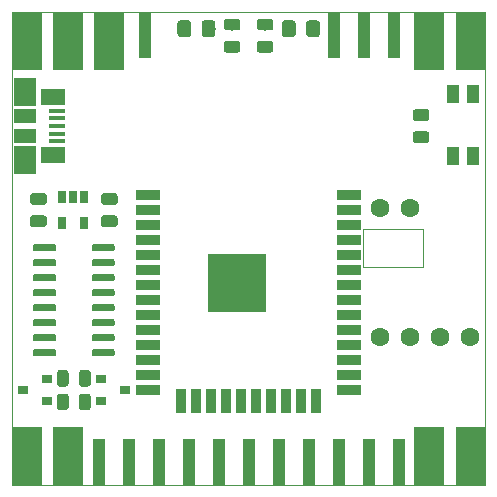
<source format=gbr>
G04 #@! TF.GenerationSoftware,KiCad,Pcbnew,(5.1.4)-1*
G04 #@! TF.CreationDate,2019-10-09T21:16:12+02:00*
G04 #@! TF.ProjectId,Front,46726f6e-742e-46b6-9963-61645f706362,rev?*
G04 #@! TF.SameCoordinates,Original*
G04 #@! TF.FileFunction,Soldermask,Top*
G04 #@! TF.FilePolarity,Negative*
%FSLAX46Y46*%
G04 Gerber Fmt 4.6, Leading zero omitted, Abs format (unit mm)*
G04 Created by KiCad (PCBNEW (5.1.4)-1) date 2019-10-09 21:16:12*
%MOMM*%
%LPD*%
G04 APERTURE LIST*
%ADD10C,0.100000*%
%ADD11R,1.380000X0.450000*%
%ADD12R,2.100000X1.475000*%
%ADD13R,1.900000X2.375000*%
%ADD14R,1.900000X1.175000*%
%ADD15R,2.000000X0.900000*%
%ADD16R,0.900000X2.000000*%
%ADD17R,5.000000X5.000000*%
%ADD18C,0.600000*%
%ADD19R,0.900000X0.800000*%
%ADD20R,0.650000X1.060000*%
%ADD21C,1.600000*%
%ADD22R,2.500000X5.000000*%
%ADD23R,1.000000X1.550000*%
%ADD24R,1.000000X4.000000*%
%ADD25C,1.150000*%
%ADD26C,0.975000*%
G04 APERTURE END LIST*
D10*
X225200000Y-121400000D02*
X230300000Y-121400000D01*
X225200000Y-124600000D02*
X225200000Y-121400000D01*
X230300000Y-124600000D02*
X225200000Y-124600000D01*
X230300000Y-121400000D02*
X230300000Y-124600000D01*
X195500000Y-143000000D02*
X195500000Y-103000000D01*
X235500000Y-143000000D02*
X195500000Y-143000000D01*
X235500000Y-103000000D02*
X235500000Y-143000000D01*
X195500000Y-103000000D02*
X235500000Y-103000000D01*
D11*
X199260000Y-111350000D03*
X199260000Y-112000000D03*
X199260000Y-112650000D03*
X199260000Y-113300000D03*
X199260000Y-113950000D03*
D12*
X198900000Y-110187500D03*
X198900000Y-115112500D03*
D13*
X196600000Y-109740000D03*
X196600000Y-115560000D03*
D14*
X196600000Y-111810000D03*
X196600000Y-113490000D03*
D15*
X224000000Y-118445000D03*
X224000000Y-119715000D03*
X224000000Y-120985000D03*
X224000000Y-122255000D03*
X224000000Y-123525000D03*
X224000000Y-124795000D03*
X224000000Y-126065000D03*
X224000000Y-127335000D03*
X224000000Y-128605000D03*
X224000000Y-129875000D03*
X224000000Y-131145000D03*
X224000000Y-132415000D03*
X224000000Y-133685000D03*
X224000000Y-134955000D03*
D16*
X221215000Y-135955000D03*
X219945000Y-135955000D03*
X218675000Y-135955000D03*
X217405000Y-135955000D03*
X216135000Y-135955000D03*
X214865000Y-135955000D03*
X213595000Y-135955000D03*
X212325000Y-135955000D03*
X211055000Y-135955000D03*
X209785000Y-135955000D03*
D15*
X207000000Y-134955000D03*
X207000000Y-133685000D03*
X207000000Y-132415000D03*
X207000000Y-131145000D03*
X207000000Y-129875000D03*
X207000000Y-128605000D03*
X207000000Y-127335000D03*
X207000000Y-126065000D03*
X207000000Y-124795000D03*
X207000000Y-123525000D03*
X207000000Y-122255000D03*
X207000000Y-120985000D03*
X207000000Y-119715000D03*
X207000000Y-118445000D03*
D17*
X214500000Y-125945000D03*
D10*
G36*
X199064703Y-122655722D02*
G01*
X199079264Y-122657882D01*
X199093543Y-122661459D01*
X199107403Y-122666418D01*
X199120710Y-122672712D01*
X199133336Y-122680280D01*
X199145159Y-122689048D01*
X199156066Y-122698934D01*
X199165952Y-122709841D01*
X199174720Y-122721664D01*
X199182288Y-122734290D01*
X199188582Y-122747597D01*
X199193541Y-122761457D01*
X199197118Y-122775736D01*
X199199278Y-122790297D01*
X199200000Y-122805000D01*
X199200000Y-123105000D01*
X199199278Y-123119703D01*
X199197118Y-123134264D01*
X199193541Y-123148543D01*
X199188582Y-123162403D01*
X199182288Y-123175710D01*
X199174720Y-123188336D01*
X199165952Y-123200159D01*
X199156066Y-123211066D01*
X199145159Y-123220952D01*
X199133336Y-123229720D01*
X199120710Y-123237288D01*
X199107403Y-123243582D01*
X199093543Y-123248541D01*
X199079264Y-123252118D01*
X199064703Y-123254278D01*
X199050000Y-123255000D01*
X197400000Y-123255000D01*
X197385297Y-123254278D01*
X197370736Y-123252118D01*
X197356457Y-123248541D01*
X197342597Y-123243582D01*
X197329290Y-123237288D01*
X197316664Y-123229720D01*
X197304841Y-123220952D01*
X197293934Y-123211066D01*
X197284048Y-123200159D01*
X197275280Y-123188336D01*
X197267712Y-123175710D01*
X197261418Y-123162403D01*
X197256459Y-123148543D01*
X197252882Y-123134264D01*
X197250722Y-123119703D01*
X197250000Y-123105000D01*
X197250000Y-122805000D01*
X197250722Y-122790297D01*
X197252882Y-122775736D01*
X197256459Y-122761457D01*
X197261418Y-122747597D01*
X197267712Y-122734290D01*
X197275280Y-122721664D01*
X197284048Y-122709841D01*
X197293934Y-122698934D01*
X197304841Y-122689048D01*
X197316664Y-122680280D01*
X197329290Y-122672712D01*
X197342597Y-122666418D01*
X197356457Y-122661459D01*
X197370736Y-122657882D01*
X197385297Y-122655722D01*
X197400000Y-122655000D01*
X199050000Y-122655000D01*
X199064703Y-122655722D01*
X199064703Y-122655722D01*
G37*
D18*
X198225000Y-122955000D03*
D10*
G36*
X199064703Y-123925722D02*
G01*
X199079264Y-123927882D01*
X199093543Y-123931459D01*
X199107403Y-123936418D01*
X199120710Y-123942712D01*
X199133336Y-123950280D01*
X199145159Y-123959048D01*
X199156066Y-123968934D01*
X199165952Y-123979841D01*
X199174720Y-123991664D01*
X199182288Y-124004290D01*
X199188582Y-124017597D01*
X199193541Y-124031457D01*
X199197118Y-124045736D01*
X199199278Y-124060297D01*
X199200000Y-124075000D01*
X199200000Y-124375000D01*
X199199278Y-124389703D01*
X199197118Y-124404264D01*
X199193541Y-124418543D01*
X199188582Y-124432403D01*
X199182288Y-124445710D01*
X199174720Y-124458336D01*
X199165952Y-124470159D01*
X199156066Y-124481066D01*
X199145159Y-124490952D01*
X199133336Y-124499720D01*
X199120710Y-124507288D01*
X199107403Y-124513582D01*
X199093543Y-124518541D01*
X199079264Y-124522118D01*
X199064703Y-124524278D01*
X199050000Y-124525000D01*
X197400000Y-124525000D01*
X197385297Y-124524278D01*
X197370736Y-124522118D01*
X197356457Y-124518541D01*
X197342597Y-124513582D01*
X197329290Y-124507288D01*
X197316664Y-124499720D01*
X197304841Y-124490952D01*
X197293934Y-124481066D01*
X197284048Y-124470159D01*
X197275280Y-124458336D01*
X197267712Y-124445710D01*
X197261418Y-124432403D01*
X197256459Y-124418543D01*
X197252882Y-124404264D01*
X197250722Y-124389703D01*
X197250000Y-124375000D01*
X197250000Y-124075000D01*
X197250722Y-124060297D01*
X197252882Y-124045736D01*
X197256459Y-124031457D01*
X197261418Y-124017597D01*
X197267712Y-124004290D01*
X197275280Y-123991664D01*
X197284048Y-123979841D01*
X197293934Y-123968934D01*
X197304841Y-123959048D01*
X197316664Y-123950280D01*
X197329290Y-123942712D01*
X197342597Y-123936418D01*
X197356457Y-123931459D01*
X197370736Y-123927882D01*
X197385297Y-123925722D01*
X197400000Y-123925000D01*
X199050000Y-123925000D01*
X199064703Y-123925722D01*
X199064703Y-123925722D01*
G37*
D18*
X198225000Y-124225000D03*
D10*
G36*
X199064703Y-125195722D02*
G01*
X199079264Y-125197882D01*
X199093543Y-125201459D01*
X199107403Y-125206418D01*
X199120710Y-125212712D01*
X199133336Y-125220280D01*
X199145159Y-125229048D01*
X199156066Y-125238934D01*
X199165952Y-125249841D01*
X199174720Y-125261664D01*
X199182288Y-125274290D01*
X199188582Y-125287597D01*
X199193541Y-125301457D01*
X199197118Y-125315736D01*
X199199278Y-125330297D01*
X199200000Y-125345000D01*
X199200000Y-125645000D01*
X199199278Y-125659703D01*
X199197118Y-125674264D01*
X199193541Y-125688543D01*
X199188582Y-125702403D01*
X199182288Y-125715710D01*
X199174720Y-125728336D01*
X199165952Y-125740159D01*
X199156066Y-125751066D01*
X199145159Y-125760952D01*
X199133336Y-125769720D01*
X199120710Y-125777288D01*
X199107403Y-125783582D01*
X199093543Y-125788541D01*
X199079264Y-125792118D01*
X199064703Y-125794278D01*
X199050000Y-125795000D01*
X197400000Y-125795000D01*
X197385297Y-125794278D01*
X197370736Y-125792118D01*
X197356457Y-125788541D01*
X197342597Y-125783582D01*
X197329290Y-125777288D01*
X197316664Y-125769720D01*
X197304841Y-125760952D01*
X197293934Y-125751066D01*
X197284048Y-125740159D01*
X197275280Y-125728336D01*
X197267712Y-125715710D01*
X197261418Y-125702403D01*
X197256459Y-125688543D01*
X197252882Y-125674264D01*
X197250722Y-125659703D01*
X197250000Y-125645000D01*
X197250000Y-125345000D01*
X197250722Y-125330297D01*
X197252882Y-125315736D01*
X197256459Y-125301457D01*
X197261418Y-125287597D01*
X197267712Y-125274290D01*
X197275280Y-125261664D01*
X197284048Y-125249841D01*
X197293934Y-125238934D01*
X197304841Y-125229048D01*
X197316664Y-125220280D01*
X197329290Y-125212712D01*
X197342597Y-125206418D01*
X197356457Y-125201459D01*
X197370736Y-125197882D01*
X197385297Y-125195722D01*
X197400000Y-125195000D01*
X199050000Y-125195000D01*
X199064703Y-125195722D01*
X199064703Y-125195722D01*
G37*
D18*
X198225000Y-125495000D03*
D10*
G36*
X199064703Y-126465722D02*
G01*
X199079264Y-126467882D01*
X199093543Y-126471459D01*
X199107403Y-126476418D01*
X199120710Y-126482712D01*
X199133336Y-126490280D01*
X199145159Y-126499048D01*
X199156066Y-126508934D01*
X199165952Y-126519841D01*
X199174720Y-126531664D01*
X199182288Y-126544290D01*
X199188582Y-126557597D01*
X199193541Y-126571457D01*
X199197118Y-126585736D01*
X199199278Y-126600297D01*
X199200000Y-126615000D01*
X199200000Y-126915000D01*
X199199278Y-126929703D01*
X199197118Y-126944264D01*
X199193541Y-126958543D01*
X199188582Y-126972403D01*
X199182288Y-126985710D01*
X199174720Y-126998336D01*
X199165952Y-127010159D01*
X199156066Y-127021066D01*
X199145159Y-127030952D01*
X199133336Y-127039720D01*
X199120710Y-127047288D01*
X199107403Y-127053582D01*
X199093543Y-127058541D01*
X199079264Y-127062118D01*
X199064703Y-127064278D01*
X199050000Y-127065000D01*
X197400000Y-127065000D01*
X197385297Y-127064278D01*
X197370736Y-127062118D01*
X197356457Y-127058541D01*
X197342597Y-127053582D01*
X197329290Y-127047288D01*
X197316664Y-127039720D01*
X197304841Y-127030952D01*
X197293934Y-127021066D01*
X197284048Y-127010159D01*
X197275280Y-126998336D01*
X197267712Y-126985710D01*
X197261418Y-126972403D01*
X197256459Y-126958543D01*
X197252882Y-126944264D01*
X197250722Y-126929703D01*
X197250000Y-126915000D01*
X197250000Y-126615000D01*
X197250722Y-126600297D01*
X197252882Y-126585736D01*
X197256459Y-126571457D01*
X197261418Y-126557597D01*
X197267712Y-126544290D01*
X197275280Y-126531664D01*
X197284048Y-126519841D01*
X197293934Y-126508934D01*
X197304841Y-126499048D01*
X197316664Y-126490280D01*
X197329290Y-126482712D01*
X197342597Y-126476418D01*
X197356457Y-126471459D01*
X197370736Y-126467882D01*
X197385297Y-126465722D01*
X197400000Y-126465000D01*
X199050000Y-126465000D01*
X199064703Y-126465722D01*
X199064703Y-126465722D01*
G37*
D18*
X198225000Y-126765000D03*
D10*
G36*
X199064703Y-127735722D02*
G01*
X199079264Y-127737882D01*
X199093543Y-127741459D01*
X199107403Y-127746418D01*
X199120710Y-127752712D01*
X199133336Y-127760280D01*
X199145159Y-127769048D01*
X199156066Y-127778934D01*
X199165952Y-127789841D01*
X199174720Y-127801664D01*
X199182288Y-127814290D01*
X199188582Y-127827597D01*
X199193541Y-127841457D01*
X199197118Y-127855736D01*
X199199278Y-127870297D01*
X199200000Y-127885000D01*
X199200000Y-128185000D01*
X199199278Y-128199703D01*
X199197118Y-128214264D01*
X199193541Y-128228543D01*
X199188582Y-128242403D01*
X199182288Y-128255710D01*
X199174720Y-128268336D01*
X199165952Y-128280159D01*
X199156066Y-128291066D01*
X199145159Y-128300952D01*
X199133336Y-128309720D01*
X199120710Y-128317288D01*
X199107403Y-128323582D01*
X199093543Y-128328541D01*
X199079264Y-128332118D01*
X199064703Y-128334278D01*
X199050000Y-128335000D01*
X197400000Y-128335000D01*
X197385297Y-128334278D01*
X197370736Y-128332118D01*
X197356457Y-128328541D01*
X197342597Y-128323582D01*
X197329290Y-128317288D01*
X197316664Y-128309720D01*
X197304841Y-128300952D01*
X197293934Y-128291066D01*
X197284048Y-128280159D01*
X197275280Y-128268336D01*
X197267712Y-128255710D01*
X197261418Y-128242403D01*
X197256459Y-128228543D01*
X197252882Y-128214264D01*
X197250722Y-128199703D01*
X197250000Y-128185000D01*
X197250000Y-127885000D01*
X197250722Y-127870297D01*
X197252882Y-127855736D01*
X197256459Y-127841457D01*
X197261418Y-127827597D01*
X197267712Y-127814290D01*
X197275280Y-127801664D01*
X197284048Y-127789841D01*
X197293934Y-127778934D01*
X197304841Y-127769048D01*
X197316664Y-127760280D01*
X197329290Y-127752712D01*
X197342597Y-127746418D01*
X197356457Y-127741459D01*
X197370736Y-127737882D01*
X197385297Y-127735722D01*
X197400000Y-127735000D01*
X199050000Y-127735000D01*
X199064703Y-127735722D01*
X199064703Y-127735722D01*
G37*
D18*
X198225000Y-128035000D03*
D10*
G36*
X199064703Y-129005722D02*
G01*
X199079264Y-129007882D01*
X199093543Y-129011459D01*
X199107403Y-129016418D01*
X199120710Y-129022712D01*
X199133336Y-129030280D01*
X199145159Y-129039048D01*
X199156066Y-129048934D01*
X199165952Y-129059841D01*
X199174720Y-129071664D01*
X199182288Y-129084290D01*
X199188582Y-129097597D01*
X199193541Y-129111457D01*
X199197118Y-129125736D01*
X199199278Y-129140297D01*
X199200000Y-129155000D01*
X199200000Y-129455000D01*
X199199278Y-129469703D01*
X199197118Y-129484264D01*
X199193541Y-129498543D01*
X199188582Y-129512403D01*
X199182288Y-129525710D01*
X199174720Y-129538336D01*
X199165952Y-129550159D01*
X199156066Y-129561066D01*
X199145159Y-129570952D01*
X199133336Y-129579720D01*
X199120710Y-129587288D01*
X199107403Y-129593582D01*
X199093543Y-129598541D01*
X199079264Y-129602118D01*
X199064703Y-129604278D01*
X199050000Y-129605000D01*
X197400000Y-129605000D01*
X197385297Y-129604278D01*
X197370736Y-129602118D01*
X197356457Y-129598541D01*
X197342597Y-129593582D01*
X197329290Y-129587288D01*
X197316664Y-129579720D01*
X197304841Y-129570952D01*
X197293934Y-129561066D01*
X197284048Y-129550159D01*
X197275280Y-129538336D01*
X197267712Y-129525710D01*
X197261418Y-129512403D01*
X197256459Y-129498543D01*
X197252882Y-129484264D01*
X197250722Y-129469703D01*
X197250000Y-129455000D01*
X197250000Y-129155000D01*
X197250722Y-129140297D01*
X197252882Y-129125736D01*
X197256459Y-129111457D01*
X197261418Y-129097597D01*
X197267712Y-129084290D01*
X197275280Y-129071664D01*
X197284048Y-129059841D01*
X197293934Y-129048934D01*
X197304841Y-129039048D01*
X197316664Y-129030280D01*
X197329290Y-129022712D01*
X197342597Y-129016418D01*
X197356457Y-129011459D01*
X197370736Y-129007882D01*
X197385297Y-129005722D01*
X197400000Y-129005000D01*
X199050000Y-129005000D01*
X199064703Y-129005722D01*
X199064703Y-129005722D01*
G37*
D18*
X198225000Y-129305000D03*
D10*
G36*
X199064703Y-130275722D02*
G01*
X199079264Y-130277882D01*
X199093543Y-130281459D01*
X199107403Y-130286418D01*
X199120710Y-130292712D01*
X199133336Y-130300280D01*
X199145159Y-130309048D01*
X199156066Y-130318934D01*
X199165952Y-130329841D01*
X199174720Y-130341664D01*
X199182288Y-130354290D01*
X199188582Y-130367597D01*
X199193541Y-130381457D01*
X199197118Y-130395736D01*
X199199278Y-130410297D01*
X199200000Y-130425000D01*
X199200000Y-130725000D01*
X199199278Y-130739703D01*
X199197118Y-130754264D01*
X199193541Y-130768543D01*
X199188582Y-130782403D01*
X199182288Y-130795710D01*
X199174720Y-130808336D01*
X199165952Y-130820159D01*
X199156066Y-130831066D01*
X199145159Y-130840952D01*
X199133336Y-130849720D01*
X199120710Y-130857288D01*
X199107403Y-130863582D01*
X199093543Y-130868541D01*
X199079264Y-130872118D01*
X199064703Y-130874278D01*
X199050000Y-130875000D01*
X197400000Y-130875000D01*
X197385297Y-130874278D01*
X197370736Y-130872118D01*
X197356457Y-130868541D01*
X197342597Y-130863582D01*
X197329290Y-130857288D01*
X197316664Y-130849720D01*
X197304841Y-130840952D01*
X197293934Y-130831066D01*
X197284048Y-130820159D01*
X197275280Y-130808336D01*
X197267712Y-130795710D01*
X197261418Y-130782403D01*
X197256459Y-130768543D01*
X197252882Y-130754264D01*
X197250722Y-130739703D01*
X197250000Y-130725000D01*
X197250000Y-130425000D01*
X197250722Y-130410297D01*
X197252882Y-130395736D01*
X197256459Y-130381457D01*
X197261418Y-130367597D01*
X197267712Y-130354290D01*
X197275280Y-130341664D01*
X197284048Y-130329841D01*
X197293934Y-130318934D01*
X197304841Y-130309048D01*
X197316664Y-130300280D01*
X197329290Y-130292712D01*
X197342597Y-130286418D01*
X197356457Y-130281459D01*
X197370736Y-130277882D01*
X197385297Y-130275722D01*
X197400000Y-130275000D01*
X199050000Y-130275000D01*
X199064703Y-130275722D01*
X199064703Y-130275722D01*
G37*
D18*
X198225000Y-130575000D03*
D10*
G36*
X199064703Y-131545722D02*
G01*
X199079264Y-131547882D01*
X199093543Y-131551459D01*
X199107403Y-131556418D01*
X199120710Y-131562712D01*
X199133336Y-131570280D01*
X199145159Y-131579048D01*
X199156066Y-131588934D01*
X199165952Y-131599841D01*
X199174720Y-131611664D01*
X199182288Y-131624290D01*
X199188582Y-131637597D01*
X199193541Y-131651457D01*
X199197118Y-131665736D01*
X199199278Y-131680297D01*
X199200000Y-131695000D01*
X199200000Y-131995000D01*
X199199278Y-132009703D01*
X199197118Y-132024264D01*
X199193541Y-132038543D01*
X199188582Y-132052403D01*
X199182288Y-132065710D01*
X199174720Y-132078336D01*
X199165952Y-132090159D01*
X199156066Y-132101066D01*
X199145159Y-132110952D01*
X199133336Y-132119720D01*
X199120710Y-132127288D01*
X199107403Y-132133582D01*
X199093543Y-132138541D01*
X199079264Y-132142118D01*
X199064703Y-132144278D01*
X199050000Y-132145000D01*
X197400000Y-132145000D01*
X197385297Y-132144278D01*
X197370736Y-132142118D01*
X197356457Y-132138541D01*
X197342597Y-132133582D01*
X197329290Y-132127288D01*
X197316664Y-132119720D01*
X197304841Y-132110952D01*
X197293934Y-132101066D01*
X197284048Y-132090159D01*
X197275280Y-132078336D01*
X197267712Y-132065710D01*
X197261418Y-132052403D01*
X197256459Y-132038543D01*
X197252882Y-132024264D01*
X197250722Y-132009703D01*
X197250000Y-131995000D01*
X197250000Y-131695000D01*
X197250722Y-131680297D01*
X197252882Y-131665736D01*
X197256459Y-131651457D01*
X197261418Y-131637597D01*
X197267712Y-131624290D01*
X197275280Y-131611664D01*
X197284048Y-131599841D01*
X197293934Y-131588934D01*
X197304841Y-131579048D01*
X197316664Y-131570280D01*
X197329290Y-131562712D01*
X197342597Y-131556418D01*
X197356457Y-131551459D01*
X197370736Y-131547882D01*
X197385297Y-131545722D01*
X197400000Y-131545000D01*
X199050000Y-131545000D01*
X199064703Y-131545722D01*
X199064703Y-131545722D01*
G37*
D18*
X198225000Y-131845000D03*
D10*
G36*
X204014703Y-131545722D02*
G01*
X204029264Y-131547882D01*
X204043543Y-131551459D01*
X204057403Y-131556418D01*
X204070710Y-131562712D01*
X204083336Y-131570280D01*
X204095159Y-131579048D01*
X204106066Y-131588934D01*
X204115952Y-131599841D01*
X204124720Y-131611664D01*
X204132288Y-131624290D01*
X204138582Y-131637597D01*
X204143541Y-131651457D01*
X204147118Y-131665736D01*
X204149278Y-131680297D01*
X204150000Y-131695000D01*
X204150000Y-131995000D01*
X204149278Y-132009703D01*
X204147118Y-132024264D01*
X204143541Y-132038543D01*
X204138582Y-132052403D01*
X204132288Y-132065710D01*
X204124720Y-132078336D01*
X204115952Y-132090159D01*
X204106066Y-132101066D01*
X204095159Y-132110952D01*
X204083336Y-132119720D01*
X204070710Y-132127288D01*
X204057403Y-132133582D01*
X204043543Y-132138541D01*
X204029264Y-132142118D01*
X204014703Y-132144278D01*
X204000000Y-132145000D01*
X202350000Y-132145000D01*
X202335297Y-132144278D01*
X202320736Y-132142118D01*
X202306457Y-132138541D01*
X202292597Y-132133582D01*
X202279290Y-132127288D01*
X202266664Y-132119720D01*
X202254841Y-132110952D01*
X202243934Y-132101066D01*
X202234048Y-132090159D01*
X202225280Y-132078336D01*
X202217712Y-132065710D01*
X202211418Y-132052403D01*
X202206459Y-132038543D01*
X202202882Y-132024264D01*
X202200722Y-132009703D01*
X202200000Y-131995000D01*
X202200000Y-131695000D01*
X202200722Y-131680297D01*
X202202882Y-131665736D01*
X202206459Y-131651457D01*
X202211418Y-131637597D01*
X202217712Y-131624290D01*
X202225280Y-131611664D01*
X202234048Y-131599841D01*
X202243934Y-131588934D01*
X202254841Y-131579048D01*
X202266664Y-131570280D01*
X202279290Y-131562712D01*
X202292597Y-131556418D01*
X202306457Y-131551459D01*
X202320736Y-131547882D01*
X202335297Y-131545722D01*
X202350000Y-131545000D01*
X204000000Y-131545000D01*
X204014703Y-131545722D01*
X204014703Y-131545722D01*
G37*
D18*
X203175000Y-131845000D03*
D10*
G36*
X204014703Y-130275722D02*
G01*
X204029264Y-130277882D01*
X204043543Y-130281459D01*
X204057403Y-130286418D01*
X204070710Y-130292712D01*
X204083336Y-130300280D01*
X204095159Y-130309048D01*
X204106066Y-130318934D01*
X204115952Y-130329841D01*
X204124720Y-130341664D01*
X204132288Y-130354290D01*
X204138582Y-130367597D01*
X204143541Y-130381457D01*
X204147118Y-130395736D01*
X204149278Y-130410297D01*
X204150000Y-130425000D01*
X204150000Y-130725000D01*
X204149278Y-130739703D01*
X204147118Y-130754264D01*
X204143541Y-130768543D01*
X204138582Y-130782403D01*
X204132288Y-130795710D01*
X204124720Y-130808336D01*
X204115952Y-130820159D01*
X204106066Y-130831066D01*
X204095159Y-130840952D01*
X204083336Y-130849720D01*
X204070710Y-130857288D01*
X204057403Y-130863582D01*
X204043543Y-130868541D01*
X204029264Y-130872118D01*
X204014703Y-130874278D01*
X204000000Y-130875000D01*
X202350000Y-130875000D01*
X202335297Y-130874278D01*
X202320736Y-130872118D01*
X202306457Y-130868541D01*
X202292597Y-130863582D01*
X202279290Y-130857288D01*
X202266664Y-130849720D01*
X202254841Y-130840952D01*
X202243934Y-130831066D01*
X202234048Y-130820159D01*
X202225280Y-130808336D01*
X202217712Y-130795710D01*
X202211418Y-130782403D01*
X202206459Y-130768543D01*
X202202882Y-130754264D01*
X202200722Y-130739703D01*
X202200000Y-130725000D01*
X202200000Y-130425000D01*
X202200722Y-130410297D01*
X202202882Y-130395736D01*
X202206459Y-130381457D01*
X202211418Y-130367597D01*
X202217712Y-130354290D01*
X202225280Y-130341664D01*
X202234048Y-130329841D01*
X202243934Y-130318934D01*
X202254841Y-130309048D01*
X202266664Y-130300280D01*
X202279290Y-130292712D01*
X202292597Y-130286418D01*
X202306457Y-130281459D01*
X202320736Y-130277882D01*
X202335297Y-130275722D01*
X202350000Y-130275000D01*
X204000000Y-130275000D01*
X204014703Y-130275722D01*
X204014703Y-130275722D01*
G37*
D18*
X203175000Y-130575000D03*
D10*
G36*
X204014703Y-129005722D02*
G01*
X204029264Y-129007882D01*
X204043543Y-129011459D01*
X204057403Y-129016418D01*
X204070710Y-129022712D01*
X204083336Y-129030280D01*
X204095159Y-129039048D01*
X204106066Y-129048934D01*
X204115952Y-129059841D01*
X204124720Y-129071664D01*
X204132288Y-129084290D01*
X204138582Y-129097597D01*
X204143541Y-129111457D01*
X204147118Y-129125736D01*
X204149278Y-129140297D01*
X204150000Y-129155000D01*
X204150000Y-129455000D01*
X204149278Y-129469703D01*
X204147118Y-129484264D01*
X204143541Y-129498543D01*
X204138582Y-129512403D01*
X204132288Y-129525710D01*
X204124720Y-129538336D01*
X204115952Y-129550159D01*
X204106066Y-129561066D01*
X204095159Y-129570952D01*
X204083336Y-129579720D01*
X204070710Y-129587288D01*
X204057403Y-129593582D01*
X204043543Y-129598541D01*
X204029264Y-129602118D01*
X204014703Y-129604278D01*
X204000000Y-129605000D01*
X202350000Y-129605000D01*
X202335297Y-129604278D01*
X202320736Y-129602118D01*
X202306457Y-129598541D01*
X202292597Y-129593582D01*
X202279290Y-129587288D01*
X202266664Y-129579720D01*
X202254841Y-129570952D01*
X202243934Y-129561066D01*
X202234048Y-129550159D01*
X202225280Y-129538336D01*
X202217712Y-129525710D01*
X202211418Y-129512403D01*
X202206459Y-129498543D01*
X202202882Y-129484264D01*
X202200722Y-129469703D01*
X202200000Y-129455000D01*
X202200000Y-129155000D01*
X202200722Y-129140297D01*
X202202882Y-129125736D01*
X202206459Y-129111457D01*
X202211418Y-129097597D01*
X202217712Y-129084290D01*
X202225280Y-129071664D01*
X202234048Y-129059841D01*
X202243934Y-129048934D01*
X202254841Y-129039048D01*
X202266664Y-129030280D01*
X202279290Y-129022712D01*
X202292597Y-129016418D01*
X202306457Y-129011459D01*
X202320736Y-129007882D01*
X202335297Y-129005722D01*
X202350000Y-129005000D01*
X204000000Y-129005000D01*
X204014703Y-129005722D01*
X204014703Y-129005722D01*
G37*
D18*
X203175000Y-129305000D03*
D10*
G36*
X204014703Y-127735722D02*
G01*
X204029264Y-127737882D01*
X204043543Y-127741459D01*
X204057403Y-127746418D01*
X204070710Y-127752712D01*
X204083336Y-127760280D01*
X204095159Y-127769048D01*
X204106066Y-127778934D01*
X204115952Y-127789841D01*
X204124720Y-127801664D01*
X204132288Y-127814290D01*
X204138582Y-127827597D01*
X204143541Y-127841457D01*
X204147118Y-127855736D01*
X204149278Y-127870297D01*
X204150000Y-127885000D01*
X204150000Y-128185000D01*
X204149278Y-128199703D01*
X204147118Y-128214264D01*
X204143541Y-128228543D01*
X204138582Y-128242403D01*
X204132288Y-128255710D01*
X204124720Y-128268336D01*
X204115952Y-128280159D01*
X204106066Y-128291066D01*
X204095159Y-128300952D01*
X204083336Y-128309720D01*
X204070710Y-128317288D01*
X204057403Y-128323582D01*
X204043543Y-128328541D01*
X204029264Y-128332118D01*
X204014703Y-128334278D01*
X204000000Y-128335000D01*
X202350000Y-128335000D01*
X202335297Y-128334278D01*
X202320736Y-128332118D01*
X202306457Y-128328541D01*
X202292597Y-128323582D01*
X202279290Y-128317288D01*
X202266664Y-128309720D01*
X202254841Y-128300952D01*
X202243934Y-128291066D01*
X202234048Y-128280159D01*
X202225280Y-128268336D01*
X202217712Y-128255710D01*
X202211418Y-128242403D01*
X202206459Y-128228543D01*
X202202882Y-128214264D01*
X202200722Y-128199703D01*
X202200000Y-128185000D01*
X202200000Y-127885000D01*
X202200722Y-127870297D01*
X202202882Y-127855736D01*
X202206459Y-127841457D01*
X202211418Y-127827597D01*
X202217712Y-127814290D01*
X202225280Y-127801664D01*
X202234048Y-127789841D01*
X202243934Y-127778934D01*
X202254841Y-127769048D01*
X202266664Y-127760280D01*
X202279290Y-127752712D01*
X202292597Y-127746418D01*
X202306457Y-127741459D01*
X202320736Y-127737882D01*
X202335297Y-127735722D01*
X202350000Y-127735000D01*
X204000000Y-127735000D01*
X204014703Y-127735722D01*
X204014703Y-127735722D01*
G37*
D18*
X203175000Y-128035000D03*
D10*
G36*
X204014703Y-126465722D02*
G01*
X204029264Y-126467882D01*
X204043543Y-126471459D01*
X204057403Y-126476418D01*
X204070710Y-126482712D01*
X204083336Y-126490280D01*
X204095159Y-126499048D01*
X204106066Y-126508934D01*
X204115952Y-126519841D01*
X204124720Y-126531664D01*
X204132288Y-126544290D01*
X204138582Y-126557597D01*
X204143541Y-126571457D01*
X204147118Y-126585736D01*
X204149278Y-126600297D01*
X204150000Y-126615000D01*
X204150000Y-126915000D01*
X204149278Y-126929703D01*
X204147118Y-126944264D01*
X204143541Y-126958543D01*
X204138582Y-126972403D01*
X204132288Y-126985710D01*
X204124720Y-126998336D01*
X204115952Y-127010159D01*
X204106066Y-127021066D01*
X204095159Y-127030952D01*
X204083336Y-127039720D01*
X204070710Y-127047288D01*
X204057403Y-127053582D01*
X204043543Y-127058541D01*
X204029264Y-127062118D01*
X204014703Y-127064278D01*
X204000000Y-127065000D01*
X202350000Y-127065000D01*
X202335297Y-127064278D01*
X202320736Y-127062118D01*
X202306457Y-127058541D01*
X202292597Y-127053582D01*
X202279290Y-127047288D01*
X202266664Y-127039720D01*
X202254841Y-127030952D01*
X202243934Y-127021066D01*
X202234048Y-127010159D01*
X202225280Y-126998336D01*
X202217712Y-126985710D01*
X202211418Y-126972403D01*
X202206459Y-126958543D01*
X202202882Y-126944264D01*
X202200722Y-126929703D01*
X202200000Y-126915000D01*
X202200000Y-126615000D01*
X202200722Y-126600297D01*
X202202882Y-126585736D01*
X202206459Y-126571457D01*
X202211418Y-126557597D01*
X202217712Y-126544290D01*
X202225280Y-126531664D01*
X202234048Y-126519841D01*
X202243934Y-126508934D01*
X202254841Y-126499048D01*
X202266664Y-126490280D01*
X202279290Y-126482712D01*
X202292597Y-126476418D01*
X202306457Y-126471459D01*
X202320736Y-126467882D01*
X202335297Y-126465722D01*
X202350000Y-126465000D01*
X204000000Y-126465000D01*
X204014703Y-126465722D01*
X204014703Y-126465722D01*
G37*
D18*
X203175000Y-126765000D03*
D10*
G36*
X204014703Y-125195722D02*
G01*
X204029264Y-125197882D01*
X204043543Y-125201459D01*
X204057403Y-125206418D01*
X204070710Y-125212712D01*
X204083336Y-125220280D01*
X204095159Y-125229048D01*
X204106066Y-125238934D01*
X204115952Y-125249841D01*
X204124720Y-125261664D01*
X204132288Y-125274290D01*
X204138582Y-125287597D01*
X204143541Y-125301457D01*
X204147118Y-125315736D01*
X204149278Y-125330297D01*
X204150000Y-125345000D01*
X204150000Y-125645000D01*
X204149278Y-125659703D01*
X204147118Y-125674264D01*
X204143541Y-125688543D01*
X204138582Y-125702403D01*
X204132288Y-125715710D01*
X204124720Y-125728336D01*
X204115952Y-125740159D01*
X204106066Y-125751066D01*
X204095159Y-125760952D01*
X204083336Y-125769720D01*
X204070710Y-125777288D01*
X204057403Y-125783582D01*
X204043543Y-125788541D01*
X204029264Y-125792118D01*
X204014703Y-125794278D01*
X204000000Y-125795000D01*
X202350000Y-125795000D01*
X202335297Y-125794278D01*
X202320736Y-125792118D01*
X202306457Y-125788541D01*
X202292597Y-125783582D01*
X202279290Y-125777288D01*
X202266664Y-125769720D01*
X202254841Y-125760952D01*
X202243934Y-125751066D01*
X202234048Y-125740159D01*
X202225280Y-125728336D01*
X202217712Y-125715710D01*
X202211418Y-125702403D01*
X202206459Y-125688543D01*
X202202882Y-125674264D01*
X202200722Y-125659703D01*
X202200000Y-125645000D01*
X202200000Y-125345000D01*
X202200722Y-125330297D01*
X202202882Y-125315736D01*
X202206459Y-125301457D01*
X202211418Y-125287597D01*
X202217712Y-125274290D01*
X202225280Y-125261664D01*
X202234048Y-125249841D01*
X202243934Y-125238934D01*
X202254841Y-125229048D01*
X202266664Y-125220280D01*
X202279290Y-125212712D01*
X202292597Y-125206418D01*
X202306457Y-125201459D01*
X202320736Y-125197882D01*
X202335297Y-125195722D01*
X202350000Y-125195000D01*
X204000000Y-125195000D01*
X204014703Y-125195722D01*
X204014703Y-125195722D01*
G37*
D18*
X203175000Y-125495000D03*
D10*
G36*
X204014703Y-123925722D02*
G01*
X204029264Y-123927882D01*
X204043543Y-123931459D01*
X204057403Y-123936418D01*
X204070710Y-123942712D01*
X204083336Y-123950280D01*
X204095159Y-123959048D01*
X204106066Y-123968934D01*
X204115952Y-123979841D01*
X204124720Y-123991664D01*
X204132288Y-124004290D01*
X204138582Y-124017597D01*
X204143541Y-124031457D01*
X204147118Y-124045736D01*
X204149278Y-124060297D01*
X204150000Y-124075000D01*
X204150000Y-124375000D01*
X204149278Y-124389703D01*
X204147118Y-124404264D01*
X204143541Y-124418543D01*
X204138582Y-124432403D01*
X204132288Y-124445710D01*
X204124720Y-124458336D01*
X204115952Y-124470159D01*
X204106066Y-124481066D01*
X204095159Y-124490952D01*
X204083336Y-124499720D01*
X204070710Y-124507288D01*
X204057403Y-124513582D01*
X204043543Y-124518541D01*
X204029264Y-124522118D01*
X204014703Y-124524278D01*
X204000000Y-124525000D01*
X202350000Y-124525000D01*
X202335297Y-124524278D01*
X202320736Y-124522118D01*
X202306457Y-124518541D01*
X202292597Y-124513582D01*
X202279290Y-124507288D01*
X202266664Y-124499720D01*
X202254841Y-124490952D01*
X202243934Y-124481066D01*
X202234048Y-124470159D01*
X202225280Y-124458336D01*
X202217712Y-124445710D01*
X202211418Y-124432403D01*
X202206459Y-124418543D01*
X202202882Y-124404264D01*
X202200722Y-124389703D01*
X202200000Y-124375000D01*
X202200000Y-124075000D01*
X202200722Y-124060297D01*
X202202882Y-124045736D01*
X202206459Y-124031457D01*
X202211418Y-124017597D01*
X202217712Y-124004290D01*
X202225280Y-123991664D01*
X202234048Y-123979841D01*
X202243934Y-123968934D01*
X202254841Y-123959048D01*
X202266664Y-123950280D01*
X202279290Y-123942712D01*
X202292597Y-123936418D01*
X202306457Y-123931459D01*
X202320736Y-123927882D01*
X202335297Y-123925722D01*
X202350000Y-123925000D01*
X204000000Y-123925000D01*
X204014703Y-123925722D01*
X204014703Y-123925722D01*
G37*
D18*
X203175000Y-124225000D03*
D10*
G36*
X204014703Y-122655722D02*
G01*
X204029264Y-122657882D01*
X204043543Y-122661459D01*
X204057403Y-122666418D01*
X204070710Y-122672712D01*
X204083336Y-122680280D01*
X204095159Y-122689048D01*
X204106066Y-122698934D01*
X204115952Y-122709841D01*
X204124720Y-122721664D01*
X204132288Y-122734290D01*
X204138582Y-122747597D01*
X204143541Y-122761457D01*
X204147118Y-122775736D01*
X204149278Y-122790297D01*
X204150000Y-122805000D01*
X204150000Y-123105000D01*
X204149278Y-123119703D01*
X204147118Y-123134264D01*
X204143541Y-123148543D01*
X204138582Y-123162403D01*
X204132288Y-123175710D01*
X204124720Y-123188336D01*
X204115952Y-123200159D01*
X204106066Y-123211066D01*
X204095159Y-123220952D01*
X204083336Y-123229720D01*
X204070710Y-123237288D01*
X204057403Y-123243582D01*
X204043543Y-123248541D01*
X204029264Y-123252118D01*
X204014703Y-123254278D01*
X204000000Y-123255000D01*
X202350000Y-123255000D01*
X202335297Y-123254278D01*
X202320736Y-123252118D01*
X202306457Y-123248541D01*
X202292597Y-123243582D01*
X202279290Y-123237288D01*
X202266664Y-123229720D01*
X202254841Y-123220952D01*
X202243934Y-123211066D01*
X202234048Y-123200159D01*
X202225280Y-123188336D01*
X202217712Y-123175710D01*
X202211418Y-123162403D01*
X202206459Y-123148543D01*
X202202882Y-123134264D01*
X202200722Y-123119703D01*
X202200000Y-123105000D01*
X202200000Y-122805000D01*
X202200722Y-122790297D01*
X202202882Y-122775736D01*
X202206459Y-122761457D01*
X202211418Y-122747597D01*
X202217712Y-122734290D01*
X202225280Y-122721664D01*
X202234048Y-122709841D01*
X202243934Y-122698934D01*
X202254841Y-122689048D01*
X202266664Y-122680280D01*
X202279290Y-122672712D01*
X202292597Y-122666418D01*
X202306457Y-122661459D01*
X202320736Y-122657882D01*
X202335297Y-122655722D01*
X202350000Y-122655000D01*
X204000000Y-122655000D01*
X204014703Y-122655722D01*
X204014703Y-122655722D01*
G37*
D18*
X203175000Y-122955000D03*
D19*
X205000000Y-134980000D03*
X203000000Y-135930000D03*
X203000000Y-134030000D03*
X196410000Y-134990000D03*
X198410000Y-134040000D03*
X198410000Y-135940000D03*
D20*
X201590000Y-118660000D03*
X200640000Y-118660000D03*
X199690000Y-118660000D03*
X199690000Y-120860000D03*
X201590000Y-120860000D03*
D21*
X234220000Y-130470000D03*
X231680000Y-130470000D03*
X229140000Y-130470000D03*
X226600000Y-130470000D03*
X226600000Y-119570000D03*
X229140000Y-119570000D03*
D22*
X230800000Y-105450000D03*
D23*
X234500000Y-115215000D03*
X234500000Y-109965000D03*
X232800000Y-109965000D03*
X232800000Y-115215000D03*
D22*
X230800000Y-140550000D03*
X234300000Y-140550000D03*
X234300000Y-105450000D03*
X200200000Y-140550000D03*
X196700000Y-105450000D03*
X196700000Y-140550000D03*
X200200000Y-105450000D03*
D24*
X222720000Y-104950000D03*
X225260000Y-104950000D03*
X227800000Y-104950000D03*
X228190000Y-141050000D03*
X202790000Y-141050000D03*
X206700000Y-104950000D03*
X223110000Y-141050000D03*
X220570000Y-141050000D03*
X218030000Y-141050000D03*
X215490000Y-141050000D03*
X212950000Y-141050000D03*
X210410000Y-141050000D03*
X207870000Y-141050000D03*
X205330000Y-141050000D03*
X225650000Y-141050000D03*
D22*
X203700000Y-105450000D03*
D10*
G36*
X212449505Y-103701204D02*
G01*
X212473773Y-103704804D01*
X212497572Y-103710765D01*
X212520671Y-103719030D01*
X212542850Y-103729520D01*
X212563893Y-103742132D01*
X212583599Y-103756747D01*
X212601777Y-103773223D01*
X212618253Y-103791401D01*
X212632868Y-103811107D01*
X212645480Y-103832150D01*
X212655970Y-103854329D01*
X212664235Y-103877428D01*
X212670196Y-103901227D01*
X212673796Y-103925495D01*
X212675000Y-103949999D01*
X212675000Y-104850001D01*
X212673796Y-104874505D01*
X212670196Y-104898773D01*
X212664235Y-104922572D01*
X212655970Y-104945671D01*
X212645480Y-104967850D01*
X212632868Y-104988893D01*
X212618253Y-105008599D01*
X212601777Y-105026777D01*
X212583599Y-105043253D01*
X212563893Y-105057868D01*
X212542850Y-105070480D01*
X212520671Y-105080970D01*
X212497572Y-105089235D01*
X212473773Y-105095196D01*
X212449505Y-105098796D01*
X212425001Y-105100000D01*
X211774999Y-105100000D01*
X211750495Y-105098796D01*
X211726227Y-105095196D01*
X211702428Y-105089235D01*
X211679329Y-105080970D01*
X211657150Y-105070480D01*
X211636107Y-105057868D01*
X211616401Y-105043253D01*
X211598223Y-105026777D01*
X211581747Y-105008599D01*
X211567132Y-104988893D01*
X211554520Y-104967850D01*
X211544030Y-104945671D01*
X211535765Y-104922572D01*
X211529804Y-104898773D01*
X211526204Y-104874505D01*
X211525000Y-104850001D01*
X211525000Y-103949999D01*
X211526204Y-103925495D01*
X211529804Y-103901227D01*
X211535765Y-103877428D01*
X211544030Y-103854329D01*
X211554520Y-103832150D01*
X211567132Y-103811107D01*
X211581747Y-103791401D01*
X211598223Y-103773223D01*
X211616401Y-103756747D01*
X211636107Y-103742132D01*
X211657150Y-103729520D01*
X211679329Y-103719030D01*
X211702428Y-103710765D01*
X211726227Y-103704804D01*
X211750495Y-103701204D01*
X211774999Y-103700000D01*
X212425001Y-103700000D01*
X212449505Y-103701204D01*
X212449505Y-103701204D01*
G37*
D25*
X212100000Y-104400000D03*
D10*
G36*
X210399505Y-103701204D02*
G01*
X210423773Y-103704804D01*
X210447572Y-103710765D01*
X210470671Y-103719030D01*
X210492850Y-103729520D01*
X210513893Y-103742132D01*
X210533599Y-103756747D01*
X210551777Y-103773223D01*
X210568253Y-103791401D01*
X210582868Y-103811107D01*
X210595480Y-103832150D01*
X210605970Y-103854329D01*
X210614235Y-103877428D01*
X210620196Y-103901227D01*
X210623796Y-103925495D01*
X210625000Y-103949999D01*
X210625000Y-104850001D01*
X210623796Y-104874505D01*
X210620196Y-104898773D01*
X210614235Y-104922572D01*
X210605970Y-104945671D01*
X210595480Y-104967850D01*
X210582868Y-104988893D01*
X210568253Y-105008599D01*
X210551777Y-105026777D01*
X210533599Y-105043253D01*
X210513893Y-105057868D01*
X210492850Y-105070480D01*
X210470671Y-105080970D01*
X210447572Y-105089235D01*
X210423773Y-105095196D01*
X210399505Y-105098796D01*
X210375001Y-105100000D01*
X209724999Y-105100000D01*
X209700495Y-105098796D01*
X209676227Y-105095196D01*
X209652428Y-105089235D01*
X209629329Y-105080970D01*
X209607150Y-105070480D01*
X209586107Y-105057868D01*
X209566401Y-105043253D01*
X209548223Y-105026777D01*
X209531747Y-105008599D01*
X209517132Y-104988893D01*
X209504520Y-104967850D01*
X209494030Y-104945671D01*
X209485765Y-104922572D01*
X209479804Y-104898773D01*
X209476204Y-104874505D01*
X209475000Y-104850001D01*
X209475000Y-103949999D01*
X209476204Y-103925495D01*
X209479804Y-103901227D01*
X209485765Y-103877428D01*
X209494030Y-103854329D01*
X209504520Y-103832150D01*
X209517132Y-103811107D01*
X209531747Y-103791401D01*
X209548223Y-103773223D01*
X209566401Y-103756747D01*
X209586107Y-103742132D01*
X209607150Y-103729520D01*
X209629329Y-103719030D01*
X209652428Y-103710765D01*
X209676227Y-103704804D01*
X209700495Y-103701204D01*
X209724999Y-103700000D01*
X210375001Y-103700000D01*
X210399505Y-103701204D01*
X210399505Y-103701204D01*
G37*
D25*
X210050000Y-104400000D03*
D10*
G36*
X219249505Y-103701204D02*
G01*
X219273773Y-103704804D01*
X219297572Y-103710765D01*
X219320671Y-103719030D01*
X219342850Y-103729520D01*
X219363893Y-103742132D01*
X219383599Y-103756747D01*
X219401777Y-103773223D01*
X219418253Y-103791401D01*
X219432868Y-103811107D01*
X219445480Y-103832150D01*
X219455970Y-103854329D01*
X219464235Y-103877428D01*
X219470196Y-103901227D01*
X219473796Y-103925495D01*
X219475000Y-103949999D01*
X219475000Y-104850001D01*
X219473796Y-104874505D01*
X219470196Y-104898773D01*
X219464235Y-104922572D01*
X219455970Y-104945671D01*
X219445480Y-104967850D01*
X219432868Y-104988893D01*
X219418253Y-105008599D01*
X219401777Y-105026777D01*
X219383599Y-105043253D01*
X219363893Y-105057868D01*
X219342850Y-105070480D01*
X219320671Y-105080970D01*
X219297572Y-105089235D01*
X219273773Y-105095196D01*
X219249505Y-105098796D01*
X219225001Y-105100000D01*
X218574999Y-105100000D01*
X218550495Y-105098796D01*
X218526227Y-105095196D01*
X218502428Y-105089235D01*
X218479329Y-105080970D01*
X218457150Y-105070480D01*
X218436107Y-105057868D01*
X218416401Y-105043253D01*
X218398223Y-105026777D01*
X218381747Y-105008599D01*
X218367132Y-104988893D01*
X218354520Y-104967850D01*
X218344030Y-104945671D01*
X218335765Y-104922572D01*
X218329804Y-104898773D01*
X218326204Y-104874505D01*
X218325000Y-104850001D01*
X218325000Y-103949999D01*
X218326204Y-103925495D01*
X218329804Y-103901227D01*
X218335765Y-103877428D01*
X218344030Y-103854329D01*
X218354520Y-103832150D01*
X218367132Y-103811107D01*
X218381747Y-103791401D01*
X218398223Y-103773223D01*
X218416401Y-103756747D01*
X218436107Y-103742132D01*
X218457150Y-103729520D01*
X218479329Y-103719030D01*
X218502428Y-103710765D01*
X218526227Y-103704804D01*
X218550495Y-103701204D01*
X218574999Y-103700000D01*
X219225001Y-103700000D01*
X219249505Y-103701204D01*
X219249505Y-103701204D01*
G37*
D25*
X218900000Y-104400000D03*
D10*
G36*
X221299505Y-103701204D02*
G01*
X221323773Y-103704804D01*
X221347572Y-103710765D01*
X221370671Y-103719030D01*
X221392850Y-103729520D01*
X221413893Y-103742132D01*
X221433599Y-103756747D01*
X221451777Y-103773223D01*
X221468253Y-103791401D01*
X221482868Y-103811107D01*
X221495480Y-103832150D01*
X221505970Y-103854329D01*
X221514235Y-103877428D01*
X221520196Y-103901227D01*
X221523796Y-103925495D01*
X221525000Y-103949999D01*
X221525000Y-104850001D01*
X221523796Y-104874505D01*
X221520196Y-104898773D01*
X221514235Y-104922572D01*
X221505970Y-104945671D01*
X221495480Y-104967850D01*
X221482868Y-104988893D01*
X221468253Y-105008599D01*
X221451777Y-105026777D01*
X221433599Y-105043253D01*
X221413893Y-105057868D01*
X221392850Y-105070480D01*
X221370671Y-105080970D01*
X221347572Y-105089235D01*
X221323773Y-105095196D01*
X221299505Y-105098796D01*
X221275001Y-105100000D01*
X220624999Y-105100000D01*
X220600495Y-105098796D01*
X220576227Y-105095196D01*
X220552428Y-105089235D01*
X220529329Y-105080970D01*
X220507150Y-105070480D01*
X220486107Y-105057868D01*
X220466401Y-105043253D01*
X220448223Y-105026777D01*
X220431747Y-105008599D01*
X220417132Y-104988893D01*
X220404520Y-104967850D01*
X220394030Y-104945671D01*
X220385765Y-104922572D01*
X220379804Y-104898773D01*
X220376204Y-104874505D01*
X220375000Y-104850001D01*
X220375000Y-103949999D01*
X220376204Y-103925495D01*
X220379804Y-103901227D01*
X220385765Y-103877428D01*
X220394030Y-103854329D01*
X220404520Y-103832150D01*
X220417132Y-103811107D01*
X220431747Y-103791401D01*
X220448223Y-103773223D01*
X220466401Y-103756747D01*
X220486107Y-103742132D01*
X220507150Y-103729520D01*
X220529329Y-103719030D01*
X220552428Y-103710765D01*
X220576227Y-103704804D01*
X220600495Y-103701204D01*
X220624999Y-103700000D01*
X221275001Y-103700000D01*
X221299505Y-103701204D01*
X221299505Y-103701204D01*
G37*
D25*
X220950000Y-104400000D03*
D10*
G36*
X198180142Y-120211174D02*
G01*
X198203803Y-120214684D01*
X198227007Y-120220496D01*
X198249529Y-120228554D01*
X198271153Y-120238782D01*
X198291670Y-120251079D01*
X198310883Y-120265329D01*
X198328607Y-120281393D01*
X198344671Y-120299117D01*
X198358921Y-120318330D01*
X198371218Y-120338847D01*
X198381446Y-120360471D01*
X198389504Y-120382993D01*
X198395316Y-120406197D01*
X198398826Y-120429858D01*
X198400000Y-120453750D01*
X198400000Y-120941250D01*
X198398826Y-120965142D01*
X198395316Y-120988803D01*
X198389504Y-121012007D01*
X198381446Y-121034529D01*
X198371218Y-121056153D01*
X198358921Y-121076670D01*
X198344671Y-121095883D01*
X198328607Y-121113607D01*
X198310883Y-121129671D01*
X198291670Y-121143921D01*
X198271153Y-121156218D01*
X198249529Y-121166446D01*
X198227007Y-121174504D01*
X198203803Y-121180316D01*
X198180142Y-121183826D01*
X198156250Y-121185000D01*
X197243750Y-121185000D01*
X197219858Y-121183826D01*
X197196197Y-121180316D01*
X197172993Y-121174504D01*
X197150471Y-121166446D01*
X197128847Y-121156218D01*
X197108330Y-121143921D01*
X197089117Y-121129671D01*
X197071393Y-121113607D01*
X197055329Y-121095883D01*
X197041079Y-121076670D01*
X197028782Y-121056153D01*
X197018554Y-121034529D01*
X197010496Y-121012007D01*
X197004684Y-120988803D01*
X197001174Y-120965142D01*
X197000000Y-120941250D01*
X197000000Y-120453750D01*
X197001174Y-120429858D01*
X197004684Y-120406197D01*
X197010496Y-120382993D01*
X197018554Y-120360471D01*
X197028782Y-120338847D01*
X197041079Y-120318330D01*
X197055329Y-120299117D01*
X197071393Y-120281393D01*
X197089117Y-120265329D01*
X197108330Y-120251079D01*
X197128847Y-120238782D01*
X197150471Y-120228554D01*
X197172993Y-120220496D01*
X197196197Y-120214684D01*
X197219858Y-120211174D01*
X197243750Y-120210000D01*
X198156250Y-120210000D01*
X198180142Y-120211174D01*
X198180142Y-120211174D01*
G37*
D26*
X197700000Y-120697500D03*
D10*
G36*
X198180142Y-118336174D02*
G01*
X198203803Y-118339684D01*
X198227007Y-118345496D01*
X198249529Y-118353554D01*
X198271153Y-118363782D01*
X198291670Y-118376079D01*
X198310883Y-118390329D01*
X198328607Y-118406393D01*
X198344671Y-118424117D01*
X198358921Y-118443330D01*
X198371218Y-118463847D01*
X198381446Y-118485471D01*
X198389504Y-118507993D01*
X198395316Y-118531197D01*
X198398826Y-118554858D01*
X198400000Y-118578750D01*
X198400000Y-119066250D01*
X198398826Y-119090142D01*
X198395316Y-119113803D01*
X198389504Y-119137007D01*
X198381446Y-119159529D01*
X198371218Y-119181153D01*
X198358921Y-119201670D01*
X198344671Y-119220883D01*
X198328607Y-119238607D01*
X198310883Y-119254671D01*
X198291670Y-119268921D01*
X198271153Y-119281218D01*
X198249529Y-119291446D01*
X198227007Y-119299504D01*
X198203803Y-119305316D01*
X198180142Y-119308826D01*
X198156250Y-119310000D01*
X197243750Y-119310000D01*
X197219858Y-119308826D01*
X197196197Y-119305316D01*
X197172993Y-119299504D01*
X197150471Y-119291446D01*
X197128847Y-119281218D01*
X197108330Y-119268921D01*
X197089117Y-119254671D01*
X197071393Y-119238607D01*
X197055329Y-119220883D01*
X197041079Y-119201670D01*
X197028782Y-119181153D01*
X197018554Y-119159529D01*
X197010496Y-119137007D01*
X197004684Y-119113803D01*
X197001174Y-119090142D01*
X197000000Y-119066250D01*
X197000000Y-118578750D01*
X197001174Y-118554858D01*
X197004684Y-118531197D01*
X197010496Y-118507993D01*
X197018554Y-118485471D01*
X197028782Y-118463847D01*
X197041079Y-118443330D01*
X197055329Y-118424117D01*
X197071393Y-118406393D01*
X197089117Y-118390329D01*
X197108330Y-118376079D01*
X197128847Y-118363782D01*
X197150471Y-118353554D01*
X197172993Y-118345496D01*
X197196197Y-118339684D01*
X197219858Y-118336174D01*
X197243750Y-118335000D01*
X198156250Y-118335000D01*
X198180142Y-118336174D01*
X198180142Y-118336174D01*
G37*
D26*
X197700000Y-118822500D03*
D10*
G36*
X204180142Y-118336174D02*
G01*
X204203803Y-118339684D01*
X204227007Y-118345496D01*
X204249529Y-118353554D01*
X204271153Y-118363782D01*
X204291670Y-118376079D01*
X204310883Y-118390329D01*
X204328607Y-118406393D01*
X204344671Y-118424117D01*
X204358921Y-118443330D01*
X204371218Y-118463847D01*
X204381446Y-118485471D01*
X204389504Y-118507993D01*
X204395316Y-118531197D01*
X204398826Y-118554858D01*
X204400000Y-118578750D01*
X204400000Y-119066250D01*
X204398826Y-119090142D01*
X204395316Y-119113803D01*
X204389504Y-119137007D01*
X204381446Y-119159529D01*
X204371218Y-119181153D01*
X204358921Y-119201670D01*
X204344671Y-119220883D01*
X204328607Y-119238607D01*
X204310883Y-119254671D01*
X204291670Y-119268921D01*
X204271153Y-119281218D01*
X204249529Y-119291446D01*
X204227007Y-119299504D01*
X204203803Y-119305316D01*
X204180142Y-119308826D01*
X204156250Y-119310000D01*
X203243750Y-119310000D01*
X203219858Y-119308826D01*
X203196197Y-119305316D01*
X203172993Y-119299504D01*
X203150471Y-119291446D01*
X203128847Y-119281218D01*
X203108330Y-119268921D01*
X203089117Y-119254671D01*
X203071393Y-119238607D01*
X203055329Y-119220883D01*
X203041079Y-119201670D01*
X203028782Y-119181153D01*
X203018554Y-119159529D01*
X203010496Y-119137007D01*
X203004684Y-119113803D01*
X203001174Y-119090142D01*
X203000000Y-119066250D01*
X203000000Y-118578750D01*
X203001174Y-118554858D01*
X203004684Y-118531197D01*
X203010496Y-118507993D01*
X203018554Y-118485471D01*
X203028782Y-118463847D01*
X203041079Y-118443330D01*
X203055329Y-118424117D01*
X203071393Y-118406393D01*
X203089117Y-118390329D01*
X203108330Y-118376079D01*
X203128847Y-118363782D01*
X203150471Y-118353554D01*
X203172993Y-118345496D01*
X203196197Y-118339684D01*
X203219858Y-118336174D01*
X203243750Y-118335000D01*
X204156250Y-118335000D01*
X204180142Y-118336174D01*
X204180142Y-118336174D01*
G37*
D26*
X203700000Y-118822500D03*
D10*
G36*
X204180142Y-120211174D02*
G01*
X204203803Y-120214684D01*
X204227007Y-120220496D01*
X204249529Y-120228554D01*
X204271153Y-120238782D01*
X204291670Y-120251079D01*
X204310883Y-120265329D01*
X204328607Y-120281393D01*
X204344671Y-120299117D01*
X204358921Y-120318330D01*
X204371218Y-120338847D01*
X204381446Y-120360471D01*
X204389504Y-120382993D01*
X204395316Y-120406197D01*
X204398826Y-120429858D01*
X204400000Y-120453750D01*
X204400000Y-120941250D01*
X204398826Y-120965142D01*
X204395316Y-120988803D01*
X204389504Y-121012007D01*
X204381446Y-121034529D01*
X204371218Y-121056153D01*
X204358921Y-121076670D01*
X204344671Y-121095883D01*
X204328607Y-121113607D01*
X204310883Y-121129671D01*
X204291670Y-121143921D01*
X204271153Y-121156218D01*
X204249529Y-121166446D01*
X204227007Y-121174504D01*
X204203803Y-121180316D01*
X204180142Y-121183826D01*
X204156250Y-121185000D01*
X203243750Y-121185000D01*
X203219858Y-121183826D01*
X203196197Y-121180316D01*
X203172993Y-121174504D01*
X203150471Y-121166446D01*
X203128847Y-121156218D01*
X203108330Y-121143921D01*
X203089117Y-121129671D01*
X203071393Y-121113607D01*
X203055329Y-121095883D01*
X203041079Y-121076670D01*
X203028782Y-121056153D01*
X203018554Y-121034529D01*
X203010496Y-121012007D01*
X203004684Y-120988803D01*
X203001174Y-120965142D01*
X203000000Y-120941250D01*
X203000000Y-120453750D01*
X203001174Y-120429858D01*
X203004684Y-120406197D01*
X203010496Y-120382993D01*
X203018554Y-120360471D01*
X203028782Y-120338847D01*
X203041079Y-120318330D01*
X203055329Y-120299117D01*
X203071393Y-120281393D01*
X203089117Y-120265329D01*
X203108330Y-120251079D01*
X203128847Y-120238782D01*
X203150471Y-120228554D01*
X203172993Y-120220496D01*
X203196197Y-120214684D01*
X203219858Y-120211174D01*
X203243750Y-120210000D01*
X204156250Y-120210000D01*
X204180142Y-120211174D01*
X204180142Y-120211174D01*
G37*
D26*
X203700000Y-120697500D03*
D10*
G36*
X200030142Y-133301174D02*
G01*
X200053803Y-133304684D01*
X200077007Y-133310496D01*
X200099529Y-133318554D01*
X200121153Y-133328782D01*
X200141670Y-133341079D01*
X200160883Y-133355329D01*
X200178607Y-133371393D01*
X200194671Y-133389117D01*
X200208921Y-133408330D01*
X200221218Y-133428847D01*
X200231446Y-133450471D01*
X200239504Y-133472993D01*
X200245316Y-133496197D01*
X200248826Y-133519858D01*
X200250000Y-133543750D01*
X200250000Y-134456250D01*
X200248826Y-134480142D01*
X200245316Y-134503803D01*
X200239504Y-134527007D01*
X200231446Y-134549529D01*
X200221218Y-134571153D01*
X200208921Y-134591670D01*
X200194671Y-134610883D01*
X200178607Y-134628607D01*
X200160883Y-134644671D01*
X200141670Y-134658921D01*
X200121153Y-134671218D01*
X200099529Y-134681446D01*
X200077007Y-134689504D01*
X200053803Y-134695316D01*
X200030142Y-134698826D01*
X200006250Y-134700000D01*
X199518750Y-134700000D01*
X199494858Y-134698826D01*
X199471197Y-134695316D01*
X199447993Y-134689504D01*
X199425471Y-134681446D01*
X199403847Y-134671218D01*
X199383330Y-134658921D01*
X199364117Y-134644671D01*
X199346393Y-134628607D01*
X199330329Y-134610883D01*
X199316079Y-134591670D01*
X199303782Y-134571153D01*
X199293554Y-134549529D01*
X199285496Y-134527007D01*
X199279684Y-134503803D01*
X199276174Y-134480142D01*
X199275000Y-134456250D01*
X199275000Y-133543750D01*
X199276174Y-133519858D01*
X199279684Y-133496197D01*
X199285496Y-133472993D01*
X199293554Y-133450471D01*
X199303782Y-133428847D01*
X199316079Y-133408330D01*
X199330329Y-133389117D01*
X199346393Y-133371393D01*
X199364117Y-133355329D01*
X199383330Y-133341079D01*
X199403847Y-133328782D01*
X199425471Y-133318554D01*
X199447993Y-133310496D01*
X199471197Y-133304684D01*
X199494858Y-133301174D01*
X199518750Y-133300000D01*
X200006250Y-133300000D01*
X200030142Y-133301174D01*
X200030142Y-133301174D01*
G37*
D26*
X199762500Y-134000000D03*
D10*
G36*
X201905142Y-133301174D02*
G01*
X201928803Y-133304684D01*
X201952007Y-133310496D01*
X201974529Y-133318554D01*
X201996153Y-133328782D01*
X202016670Y-133341079D01*
X202035883Y-133355329D01*
X202053607Y-133371393D01*
X202069671Y-133389117D01*
X202083921Y-133408330D01*
X202096218Y-133428847D01*
X202106446Y-133450471D01*
X202114504Y-133472993D01*
X202120316Y-133496197D01*
X202123826Y-133519858D01*
X202125000Y-133543750D01*
X202125000Y-134456250D01*
X202123826Y-134480142D01*
X202120316Y-134503803D01*
X202114504Y-134527007D01*
X202106446Y-134549529D01*
X202096218Y-134571153D01*
X202083921Y-134591670D01*
X202069671Y-134610883D01*
X202053607Y-134628607D01*
X202035883Y-134644671D01*
X202016670Y-134658921D01*
X201996153Y-134671218D01*
X201974529Y-134681446D01*
X201952007Y-134689504D01*
X201928803Y-134695316D01*
X201905142Y-134698826D01*
X201881250Y-134700000D01*
X201393750Y-134700000D01*
X201369858Y-134698826D01*
X201346197Y-134695316D01*
X201322993Y-134689504D01*
X201300471Y-134681446D01*
X201278847Y-134671218D01*
X201258330Y-134658921D01*
X201239117Y-134644671D01*
X201221393Y-134628607D01*
X201205329Y-134610883D01*
X201191079Y-134591670D01*
X201178782Y-134571153D01*
X201168554Y-134549529D01*
X201160496Y-134527007D01*
X201154684Y-134503803D01*
X201151174Y-134480142D01*
X201150000Y-134456250D01*
X201150000Y-133543750D01*
X201151174Y-133519858D01*
X201154684Y-133496197D01*
X201160496Y-133472993D01*
X201168554Y-133450471D01*
X201178782Y-133428847D01*
X201191079Y-133408330D01*
X201205329Y-133389117D01*
X201221393Y-133371393D01*
X201239117Y-133355329D01*
X201258330Y-133341079D01*
X201278847Y-133328782D01*
X201300471Y-133318554D01*
X201322993Y-133310496D01*
X201346197Y-133304684D01*
X201369858Y-133301174D01*
X201393750Y-133300000D01*
X201881250Y-133300000D01*
X201905142Y-133301174D01*
X201905142Y-133301174D01*
G37*
D26*
X201637500Y-134000000D03*
D10*
G36*
X201905142Y-135301174D02*
G01*
X201928803Y-135304684D01*
X201952007Y-135310496D01*
X201974529Y-135318554D01*
X201996153Y-135328782D01*
X202016670Y-135341079D01*
X202035883Y-135355329D01*
X202053607Y-135371393D01*
X202069671Y-135389117D01*
X202083921Y-135408330D01*
X202096218Y-135428847D01*
X202106446Y-135450471D01*
X202114504Y-135472993D01*
X202120316Y-135496197D01*
X202123826Y-135519858D01*
X202125000Y-135543750D01*
X202125000Y-136456250D01*
X202123826Y-136480142D01*
X202120316Y-136503803D01*
X202114504Y-136527007D01*
X202106446Y-136549529D01*
X202096218Y-136571153D01*
X202083921Y-136591670D01*
X202069671Y-136610883D01*
X202053607Y-136628607D01*
X202035883Y-136644671D01*
X202016670Y-136658921D01*
X201996153Y-136671218D01*
X201974529Y-136681446D01*
X201952007Y-136689504D01*
X201928803Y-136695316D01*
X201905142Y-136698826D01*
X201881250Y-136700000D01*
X201393750Y-136700000D01*
X201369858Y-136698826D01*
X201346197Y-136695316D01*
X201322993Y-136689504D01*
X201300471Y-136681446D01*
X201278847Y-136671218D01*
X201258330Y-136658921D01*
X201239117Y-136644671D01*
X201221393Y-136628607D01*
X201205329Y-136610883D01*
X201191079Y-136591670D01*
X201178782Y-136571153D01*
X201168554Y-136549529D01*
X201160496Y-136527007D01*
X201154684Y-136503803D01*
X201151174Y-136480142D01*
X201150000Y-136456250D01*
X201150000Y-135543750D01*
X201151174Y-135519858D01*
X201154684Y-135496197D01*
X201160496Y-135472993D01*
X201168554Y-135450471D01*
X201178782Y-135428847D01*
X201191079Y-135408330D01*
X201205329Y-135389117D01*
X201221393Y-135371393D01*
X201239117Y-135355329D01*
X201258330Y-135341079D01*
X201278847Y-135328782D01*
X201300471Y-135318554D01*
X201322993Y-135310496D01*
X201346197Y-135304684D01*
X201369858Y-135301174D01*
X201393750Y-135300000D01*
X201881250Y-135300000D01*
X201905142Y-135301174D01*
X201905142Y-135301174D01*
G37*
D26*
X201637500Y-136000000D03*
D10*
G36*
X200030142Y-135301174D02*
G01*
X200053803Y-135304684D01*
X200077007Y-135310496D01*
X200099529Y-135318554D01*
X200121153Y-135328782D01*
X200141670Y-135341079D01*
X200160883Y-135355329D01*
X200178607Y-135371393D01*
X200194671Y-135389117D01*
X200208921Y-135408330D01*
X200221218Y-135428847D01*
X200231446Y-135450471D01*
X200239504Y-135472993D01*
X200245316Y-135496197D01*
X200248826Y-135519858D01*
X200250000Y-135543750D01*
X200250000Y-136456250D01*
X200248826Y-136480142D01*
X200245316Y-136503803D01*
X200239504Y-136527007D01*
X200231446Y-136549529D01*
X200221218Y-136571153D01*
X200208921Y-136591670D01*
X200194671Y-136610883D01*
X200178607Y-136628607D01*
X200160883Y-136644671D01*
X200141670Y-136658921D01*
X200121153Y-136671218D01*
X200099529Y-136681446D01*
X200077007Y-136689504D01*
X200053803Y-136695316D01*
X200030142Y-136698826D01*
X200006250Y-136700000D01*
X199518750Y-136700000D01*
X199494858Y-136698826D01*
X199471197Y-136695316D01*
X199447993Y-136689504D01*
X199425471Y-136681446D01*
X199403847Y-136671218D01*
X199383330Y-136658921D01*
X199364117Y-136644671D01*
X199346393Y-136628607D01*
X199330329Y-136610883D01*
X199316079Y-136591670D01*
X199303782Y-136571153D01*
X199293554Y-136549529D01*
X199285496Y-136527007D01*
X199279684Y-136503803D01*
X199276174Y-136480142D01*
X199275000Y-136456250D01*
X199275000Y-135543750D01*
X199276174Y-135519858D01*
X199279684Y-135496197D01*
X199285496Y-135472993D01*
X199293554Y-135450471D01*
X199303782Y-135428847D01*
X199316079Y-135408330D01*
X199330329Y-135389117D01*
X199346393Y-135371393D01*
X199364117Y-135355329D01*
X199383330Y-135341079D01*
X199403847Y-135328782D01*
X199425471Y-135318554D01*
X199447993Y-135310496D01*
X199471197Y-135304684D01*
X199494858Y-135301174D01*
X199518750Y-135300000D01*
X200006250Y-135300000D01*
X200030142Y-135301174D01*
X200030142Y-135301174D01*
G37*
D26*
X199762500Y-136000000D03*
D10*
G36*
X217380142Y-103576174D02*
G01*
X217403803Y-103579684D01*
X217427007Y-103585496D01*
X217449529Y-103593554D01*
X217471153Y-103603782D01*
X217491670Y-103616079D01*
X217510883Y-103630329D01*
X217528607Y-103646393D01*
X217544671Y-103664117D01*
X217558921Y-103683330D01*
X217571218Y-103703847D01*
X217581446Y-103725471D01*
X217589504Y-103747993D01*
X217595316Y-103771197D01*
X217598826Y-103794858D01*
X217600000Y-103818750D01*
X217600000Y-104306250D01*
X217598826Y-104330142D01*
X217595316Y-104353803D01*
X217589504Y-104377007D01*
X217581446Y-104399529D01*
X217571218Y-104421153D01*
X217558921Y-104441670D01*
X217544671Y-104460883D01*
X217528607Y-104478607D01*
X217510883Y-104494671D01*
X217491670Y-104508921D01*
X217471153Y-104521218D01*
X217449529Y-104531446D01*
X217427007Y-104539504D01*
X217403803Y-104545316D01*
X217380142Y-104548826D01*
X217356250Y-104550000D01*
X216443750Y-104550000D01*
X216419858Y-104548826D01*
X216396197Y-104545316D01*
X216372993Y-104539504D01*
X216350471Y-104531446D01*
X216328847Y-104521218D01*
X216308330Y-104508921D01*
X216289117Y-104494671D01*
X216271393Y-104478607D01*
X216255329Y-104460883D01*
X216241079Y-104441670D01*
X216228782Y-104421153D01*
X216218554Y-104399529D01*
X216210496Y-104377007D01*
X216204684Y-104353803D01*
X216201174Y-104330142D01*
X216200000Y-104306250D01*
X216200000Y-103818750D01*
X216201174Y-103794858D01*
X216204684Y-103771197D01*
X216210496Y-103747993D01*
X216218554Y-103725471D01*
X216228782Y-103703847D01*
X216241079Y-103683330D01*
X216255329Y-103664117D01*
X216271393Y-103646393D01*
X216289117Y-103630329D01*
X216308330Y-103616079D01*
X216328847Y-103603782D01*
X216350471Y-103593554D01*
X216372993Y-103585496D01*
X216396197Y-103579684D01*
X216419858Y-103576174D01*
X216443750Y-103575000D01*
X217356250Y-103575000D01*
X217380142Y-103576174D01*
X217380142Y-103576174D01*
G37*
D26*
X216900000Y-104062500D03*
D10*
G36*
X217380142Y-105451174D02*
G01*
X217403803Y-105454684D01*
X217427007Y-105460496D01*
X217449529Y-105468554D01*
X217471153Y-105478782D01*
X217491670Y-105491079D01*
X217510883Y-105505329D01*
X217528607Y-105521393D01*
X217544671Y-105539117D01*
X217558921Y-105558330D01*
X217571218Y-105578847D01*
X217581446Y-105600471D01*
X217589504Y-105622993D01*
X217595316Y-105646197D01*
X217598826Y-105669858D01*
X217600000Y-105693750D01*
X217600000Y-106181250D01*
X217598826Y-106205142D01*
X217595316Y-106228803D01*
X217589504Y-106252007D01*
X217581446Y-106274529D01*
X217571218Y-106296153D01*
X217558921Y-106316670D01*
X217544671Y-106335883D01*
X217528607Y-106353607D01*
X217510883Y-106369671D01*
X217491670Y-106383921D01*
X217471153Y-106396218D01*
X217449529Y-106406446D01*
X217427007Y-106414504D01*
X217403803Y-106420316D01*
X217380142Y-106423826D01*
X217356250Y-106425000D01*
X216443750Y-106425000D01*
X216419858Y-106423826D01*
X216396197Y-106420316D01*
X216372993Y-106414504D01*
X216350471Y-106406446D01*
X216328847Y-106396218D01*
X216308330Y-106383921D01*
X216289117Y-106369671D01*
X216271393Y-106353607D01*
X216255329Y-106335883D01*
X216241079Y-106316670D01*
X216228782Y-106296153D01*
X216218554Y-106274529D01*
X216210496Y-106252007D01*
X216204684Y-106228803D01*
X216201174Y-106205142D01*
X216200000Y-106181250D01*
X216200000Y-105693750D01*
X216201174Y-105669858D01*
X216204684Y-105646197D01*
X216210496Y-105622993D01*
X216218554Y-105600471D01*
X216228782Y-105578847D01*
X216241079Y-105558330D01*
X216255329Y-105539117D01*
X216271393Y-105521393D01*
X216289117Y-105505329D01*
X216308330Y-105491079D01*
X216328847Y-105478782D01*
X216350471Y-105468554D01*
X216372993Y-105460496D01*
X216396197Y-105454684D01*
X216419858Y-105451174D01*
X216443750Y-105450000D01*
X217356250Y-105450000D01*
X217380142Y-105451174D01*
X217380142Y-105451174D01*
G37*
D26*
X216900000Y-105937500D03*
D10*
G36*
X214580142Y-105451174D02*
G01*
X214603803Y-105454684D01*
X214627007Y-105460496D01*
X214649529Y-105468554D01*
X214671153Y-105478782D01*
X214691670Y-105491079D01*
X214710883Y-105505329D01*
X214728607Y-105521393D01*
X214744671Y-105539117D01*
X214758921Y-105558330D01*
X214771218Y-105578847D01*
X214781446Y-105600471D01*
X214789504Y-105622993D01*
X214795316Y-105646197D01*
X214798826Y-105669858D01*
X214800000Y-105693750D01*
X214800000Y-106181250D01*
X214798826Y-106205142D01*
X214795316Y-106228803D01*
X214789504Y-106252007D01*
X214781446Y-106274529D01*
X214771218Y-106296153D01*
X214758921Y-106316670D01*
X214744671Y-106335883D01*
X214728607Y-106353607D01*
X214710883Y-106369671D01*
X214691670Y-106383921D01*
X214671153Y-106396218D01*
X214649529Y-106406446D01*
X214627007Y-106414504D01*
X214603803Y-106420316D01*
X214580142Y-106423826D01*
X214556250Y-106425000D01*
X213643750Y-106425000D01*
X213619858Y-106423826D01*
X213596197Y-106420316D01*
X213572993Y-106414504D01*
X213550471Y-106406446D01*
X213528847Y-106396218D01*
X213508330Y-106383921D01*
X213489117Y-106369671D01*
X213471393Y-106353607D01*
X213455329Y-106335883D01*
X213441079Y-106316670D01*
X213428782Y-106296153D01*
X213418554Y-106274529D01*
X213410496Y-106252007D01*
X213404684Y-106228803D01*
X213401174Y-106205142D01*
X213400000Y-106181250D01*
X213400000Y-105693750D01*
X213401174Y-105669858D01*
X213404684Y-105646197D01*
X213410496Y-105622993D01*
X213418554Y-105600471D01*
X213428782Y-105578847D01*
X213441079Y-105558330D01*
X213455329Y-105539117D01*
X213471393Y-105521393D01*
X213489117Y-105505329D01*
X213508330Y-105491079D01*
X213528847Y-105478782D01*
X213550471Y-105468554D01*
X213572993Y-105460496D01*
X213596197Y-105454684D01*
X213619858Y-105451174D01*
X213643750Y-105450000D01*
X214556250Y-105450000D01*
X214580142Y-105451174D01*
X214580142Y-105451174D01*
G37*
D26*
X214100000Y-105937500D03*
D10*
G36*
X214580142Y-103576174D02*
G01*
X214603803Y-103579684D01*
X214627007Y-103585496D01*
X214649529Y-103593554D01*
X214671153Y-103603782D01*
X214691670Y-103616079D01*
X214710883Y-103630329D01*
X214728607Y-103646393D01*
X214744671Y-103664117D01*
X214758921Y-103683330D01*
X214771218Y-103703847D01*
X214781446Y-103725471D01*
X214789504Y-103747993D01*
X214795316Y-103771197D01*
X214798826Y-103794858D01*
X214800000Y-103818750D01*
X214800000Y-104306250D01*
X214798826Y-104330142D01*
X214795316Y-104353803D01*
X214789504Y-104377007D01*
X214781446Y-104399529D01*
X214771218Y-104421153D01*
X214758921Y-104441670D01*
X214744671Y-104460883D01*
X214728607Y-104478607D01*
X214710883Y-104494671D01*
X214691670Y-104508921D01*
X214671153Y-104521218D01*
X214649529Y-104531446D01*
X214627007Y-104539504D01*
X214603803Y-104545316D01*
X214580142Y-104548826D01*
X214556250Y-104550000D01*
X213643750Y-104550000D01*
X213619858Y-104548826D01*
X213596197Y-104545316D01*
X213572993Y-104539504D01*
X213550471Y-104531446D01*
X213528847Y-104521218D01*
X213508330Y-104508921D01*
X213489117Y-104494671D01*
X213471393Y-104478607D01*
X213455329Y-104460883D01*
X213441079Y-104441670D01*
X213428782Y-104421153D01*
X213418554Y-104399529D01*
X213410496Y-104377007D01*
X213404684Y-104353803D01*
X213401174Y-104330142D01*
X213400000Y-104306250D01*
X213400000Y-103818750D01*
X213401174Y-103794858D01*
X213404684Y-103771197D01*
X213410496Y-103747993D01*
X213418554Y-103725471D01*
X213428782Y-103703847D01*
X213441079Y-103683330D01*
X213455329Y-103664117D01*
X213471393Y-103646393D01*
X213489117Y-103630329D01*
X213508330Y-103616079D01*
X213528847Y-103603782D01*
X213550471Y-103593554D01*
X213572993Y-103585496D01*
X213596197Y-103579684D01*
X213619858Y-103576174D01*
X213643750Y-103575000D01*
X214556250Y-103575000D01*
X214580142Y-103576174D01*
X214580142Y-103576174D01*
G37*
D26*
X214100000Y-104062500D03*
D10*
G36*
X230580142Y-111226174D02*
G01*
X230603803Y-111229684D01*
X230627007Y-111235496D01*
X230649529Y-111243554D01*
X230671153Y-111253782D01*
X230691670Y-111266079D01*
X230710883Y-111280329D01*
X230728607Y-111296393D01*
X230744671Y-111314117D01*
X230758921Y-111333330D01*
X230771218Y-111353847D01*
X230781446Y-111375471D01*
X230789504Y-111397993D01*
X230795316Y-111421197D01*
X230798826Y-111444858D01*
X230800000Y-111468750D01*
X230800000Y-111956250D01*
X230798826Y-111980142D01*
X230795316Y-112003803D01*
X230789504Y-112027007D01*
X230781446Y-112049529D01*
X230771218Y-112071153D01*
X230758921Y-112091670D01*
X230744671Y-112110883D01*
X230728607Y-112128607D01*
X230710883Y-112144671D01*
X230691670Y-112158921D01*
X230671153Y-112171218D01*
X230649529Y-112181446D01*
X230627007Y-112189504D01*
X230603803Y-112195316D01*
X230580142Y-112198826D01*
X230556250Y-112200000D01*
X229643750Y-112200000D01*
X229619858Y-112198826D01*
X229596197Y-112195316D01*
X229572993Y-112189504D01*
X229550471Y-112181446D01*
X229528847Y-112171218D01*
X229508330Y-112158921D01*
X229489117Y-112144671D01*
X229471393Y-112128607D01*
X229455329Y-112110883D01*
X229441079Y-112091670D01*
X229428782Y-112071153D01*
X229418554Y-112049529D01*
X229410496Y-112027007D01*
X229404684Y-112003803D01*
X229401174Y-111980142D01*
X229400000Y-111956250D01*
X229400000Y-111468750D01*
X229401174Y-111444858D01*
X229404684Y-111421197D01*
X229410496Y-111397993D01*
X229418554Y-111375471D01*
X229428782Y-111353847D01*
X229441079Y-111333330D01*
X229455329Y-111314117D01*
X229471393Y-111296393D01*
X229489117Y-111280329D01*
X229508330Y-111266079D01*
X229528847Y-111253782D01*
X229550471Y-111243554D01*
X229572993Y-111235496D01*
X229596197Y-111229684D01*
X229619858Y-111226174D01*
X229643750Y-111225000D01*
X230556250Y-111225000D01*
X230580142Y-111226174D01*
X230580142Y-111226174D01*
G37*
D26*
X230100000Y-111712500D03*
D10*
G36*
X230580142Y-113101174D02*
G01*
X230603803Y-113104684D01*
X230627007Y-113110496D01*
X230649529Y-113118554D01*
X230671153Y-113128782D01*
X230691670Y-113141079D01*
X230710883Y-113155329D01*
X230728607Y-113171393D01*
X230744671Y-113189117D01*
X230758921Y-113208330D01*
X230771218Y-113228847D01*
X230781446Y-113250471D01*
X230789504Y-113272993D01*
X230795316Y-113296197D01*
X230798826Y-113319858D01*
X230800000Y-113343750D01*
X230800000Y-113831250D01*
X230798826Y-113855142D01*
X230795316Y-113878803D01*
X230789504Y-113902007D01*
X230781446Y-113924529D01*
X230771218Y-113946153D01*
X230758921Y-113966670D01*
X230744671Y-113985883D01*
X230728607Y-114003607D01*
X230710883Y-114019671D01*
X230691670Y-114033921D01*
X230671153Y-114046218D01*
X230649529Y-114056446D01*
X230627007Y-114064504D01*
X230603803Y-114070316D01*
X230580142Y-114073826D01*
X230556250Y-114075000D01*
X229643750Y-114075000D01*
X229619858Y-114073826D01*
X229596197Y-114070316D01*
X229572993Y-114064504D01*
X229550471Y-114056446D01*
X229528847Y-114046218D01*
X229508330Y-114033921D01*
X229489117Y-114019671D01*
X229471393Y-114003607D01*
X229455329Y-113985883D01*
X229441079Y-113966670D01*
X229428782Y-113946153D01*
X229418554Y-113924529D01*
X229410496Y-113902007D01*
X229404684Y-113878803D01*
X229401174Y-113855142D01*
X229400000Y-113831250D01*
X229400000Y-113343750D01*
X229401174Y-113319858D01*
X229404684Y-113296197D01*
X229410496Y-113272993D01*
X229418554Y-113250471D01*
X229428782Y-113228847D01*
X229441079Y-113208330D01*
X229455329Y-113189117D01*
X229471393Y-113171393D01*
X229489117Y-113155329D01*
X229508330Y-113141079D01*
X229528847Y-113128782D01*
X229550471Y-113118554D01*
X229572993Y-113110496D01*
X229596197Y-113104684D01*
X229619858Y-113101174D01*
X229643750Y-113100000D01*
X230556250Y-113100000D01*
X230580142Y-113101174D01*
X230580142Y-113101174D01*
G37*
D26*
X230100000Y-113587500D03*
M02*

</source>
